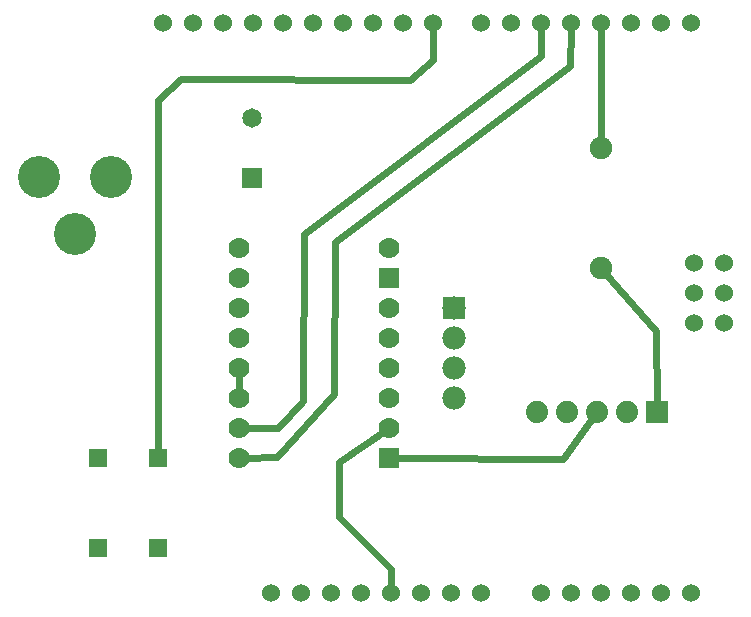
<source format=gbl>
G04 MADE WITH FRITZING*
G04 WWW.FRITZING.ORG*
G04 DOUBLE SIDED*
G04 HOLES PLATED*
G04 CONTOUR ON CENTER OF CONTOUR VECTOR*
%ASAXBY*%
%FSLAX23Y23*%
%MOIN*%
%OFA0B0*%
%SFA1.0B1.0*%
%ADD10C,0.074000*%
%ADD11C,0.059370*%
%ADD12C,0.140000*%
%ADD13C,0.065000*%
%ADD14C,0.070000*%
%ADD15C,0.078000*%
%ADD16C,0.060000*%
%ADD17C,0.075000*%
%ADD18R,0.074000X0.074000*%
%ADD19R,0.070000X0.070000*%
%ADD20R,0.078000X0.078000*%
%ADD21C,0.024000*%
%ADD22R,0.001000X0.001000*%
%LNCOPPER0*%
G90*
G70*
G54D10*
X2395Y705D03*
X2295Y705D03*
X2195Y705D03*
X2095Y705D03*
X1995Y705D03*
G54D11*
X731Y552D03*
X731Y252D03*
X531Y552D03*
X531Y252D03*
G54D12*
X575Y1489D03*
X335Y1489D03*
X455Y1299D03*
G54D13*
X1045Y1685D03*
X1045Y1485D03*
G54D14*
X1003Y1252D03*
X1503Y1252D03*
X1003Y1152D03*
X1503Y1152D03*
X1003Y1052D03*
X1503Y1052D03*
X1003Y952D03*
X1503Y952D03*
X1003Y852D03*
X1503Y852D03*
X1003Y752D03*
X1503Y752D03*
X1003Y652D03*
X1503Y652D03*
X1003Y552D03*
X1503Y552D03*
G54D15*
X1720Y1051D03*
X1720Y951D03*
X1720Y851D03*
X1720Y751D03*
G54D16*
X949Y2000D03*
X1809Y100D03*
X2409Y2000D03*
X2619Y1100D03*
X1349Y2000D03*
X2309Y100D03*
X2009Y2000D03*
X1409Y100D03*
X2619Y1200D03*
X2619Y1000D03*
X1549Y2000D03*
X1149Y2000D03*
X2109Y100D03*
X2509Y100D03*
X2209Y2000D03*
X1809Y2000D03*
X1609Y100D03*
X2519Y1200D03*
X2519Y1100D03*
X2519Y1000D03*
X1649Y2000D03*
X1449Y2000D03*
X1249Y2000D03*
X1049Y2000D03*
X749Y2000D03*
X849Y2000D03*
X2009Y100D03*
X2209Y100D03*
X2409Y100D03*
X2509Y2000D03*
X2309Y2000D03*
X2109Y2000D03*
X1909Y2000D03*
X1309Y100D03*
X1509Y100D03*
X1209Y100D03*
X1109Y100D03*
X1709Y100D03*
G54D17*
X2209Y1584D03*
X2209Y1184D03*
G54D18*
X2395Y705D03*
G54D19*
X1503Y552D03*
X1503Y1152D03*
G54D20*
X1720Y1051D03*
G54D21*
X2391Y973D02*
X2395Y725D01*
D02*
X2220Y1171D02*
X2391Y973D01*
D02*
X2081Y549D02*
X2183Y689D01*
D02*
X1518Y552D02*
X2081Y549D01*
D02*
X731Y1744D02*
X731Y572D01*
D02*
X808Y1813D02*
X731Y1744D01*
D02*
X1572Y1810D02*
X808Y1813D01*
D02*
X1650Y1876D02*
X1572Y1810D01*
D02*
X1649Y1980D02*
X1650Y1876D01*
D02*
X1003Y767D02*
X1003Y837D01*
D02*
X2209Y1980D02*
X2209Y1601D01*
D02*
X1214Y741D02*
X1131Y652D01*
D02*
X1131Y652D02*
X1018Y652D01*
D02*
X1218Y1297D02*
X1214Y741D01*
D02*
X2010Y1891D02*
X1218Y1297D01*
D02*
X2010Y1980D02*
X2010Y1891D01*
D02*
X2107Y1856D02*
X2109Y1980D01*
D02*
X1322Y1272D02*
X2107Y1856D01*
D02*
X1320Y765D02*
X1322Y1272D01*
D02*
X1128Y554D02*
X1320Y765D01*
D02*
X1018Y552D02*
X1128Y554D01*
D02*
X1508Y182D02*
X1509Y120D01*
D02*
X1337Y353D02*
X1508Y182D01*
D02*
X1337Y538D02*
X1337Y353D01*
D02*
X1491Y644D02*
X1337Y538D01*
G54D22*
X1013Y1517D02*
X1077Y1517D01*
X1013Y1516D02*
X1077Y1516D01*
X1013Y1515D02*
X1077Y1515D01*
X1013Y1514D02*
X1077Y1514D01*
X1013Y1513D02*
X1077Y1513D01*
X1013Y1512D02*
X1077Y1512D01*
X1013Y1511D02*
X1077Y1511D01*
X1013Y1510D02*
X1077Y1510D01*
X1013Y1509D02*
X1077Y1509D01*
X1013Y1508D02*
X1077Y1508D01*
X1013Y1507D02*
X1077Y1507D01*
X1013Y1506D02*
X1077Y1506D01*
X1013Y1505D02*
X1077Y1505D01*
X1013Y1504D02*
X1077Y1504D01*
X1013Y1503D02*
X1077Y1503D01*
X1013Y1502D02*
X1077Y1502D01*
X1013Y1501D02*
X1077Y1501D01*
X1013Y1500D02*
X1077Y1500D01*
X1013Y1499D02*
X1077Y1499D01*
X1013Y1498D02*
X1041Y1498D01*
X1049Y1498D02*
X1077Y1498D01*
X1013Y1497D02*
X1038Y1497D01*
X1052Y1497D02*
X1077Y1497D01*
X1013Y1496D02*
X1037Y1496D01*
X1054Y1496D02*
X1077Y1496D01*
X1013Y1495D02*
X1036Y1495D01*
X1055Y1495D02*
X1077Y1495D01*
X1013Y1494D02*
X1034Y1494D01*
X1056Y1494D02*
X1077Y1494D01*
X1013Y1493D02*
X1034Y1493D01*
X1057Y1493D02*
X1077Y1493D01*
X1013Y1492D02*
X1033Y1492D01*
X1057Y1492D02*
X1077Y1492D01*
X1013Y1491D02*
X1032Y1491D01*
X1058Y1491D02*
X1077Y1491D01*
X1013Y1490D02*
X1032Y1490D01*
X1058Y1490D02*
X1077Y1490D01*
X1013Y1489D02*
X1032Y1489D01*
X1059Y1489D02*
X1077Y1489D01*
X1013Y1488D02*
X1031Y1488D01*
X1059Y1488D02*
X1077Y1488D01*
X1013Y1487D02*
X1031Y1487D01*
X1059Y1487D02*
X1077Y1487D01*
X1013Y1486D02*
X1031Y1486D01*
X1059Y1486D02*
X1077Y1486D01*
X1013Y1485D02*
X1031Y1485D01*
X1059Y1485D02*
X1077Y1485D01*
X1013Y1484D02*
X1031Y1484D01*
X1059Y1484D02*
X1077Y1484D01*
X1013Y1483D02*
X1031Y1483D01*
X1059Y1483D02*
X1077Y1483D01*
X1013Y1482D02*
X1031Y1482D01*
X1059Y1482D02*
X1077Y1482D01*
X1013Y1481D02*
X1031Y1481D01*
X1059Y1481D02*
X1077Y1481D01*
X1013Y1480D02*
X1032Y1480D01*
X1059Y1480D02*
X1077Y1480D01*
X1013Y1479D02*
X1032Y1479D01*
X1058Y1479D02*
X1077Y1479D01*
X1013Y1478D02*
X1033Y1478D01*
X1058Y1478D02*
X1077Y1478D01*
X1013Y1477D02*
X1033Y1477D01*
X1057Y1477D02*
X1077Y1477D01*
X1013Y1476D02*
X1034Y1476D01*
X1056Y1476D02*
X1077Y1476D01*
X1013Y1475D02*
X1035Y1475D01*
X1055Y1475D02*
X1077Y1475D01*
X1013Y1474D02*
X1036Y1474D01*
X1054Y1474D02*
X1077Y1474D01*
X1013Y1473D02*
X1038Y1473D01*
X1053Y1473D02*
X1077Y1473D01*
X1013Y1472D02*
X1040Y1472D01*
X1051Y1472D02*
X1077Y1472D01*
X1013Y1471D02*
X1077Y1471D01*
X1013Y1470D02*
X1077Y1470D01*
X1013Y1469D02*
X1077Y1469D01*
X1013Y1468D02*
X1077Y1468D01*
X1013Y1467D02*
X1077Y1467D01*
X1013Y1466D02*
X1077Y1466D01*
X1013Y1465D02*
X1077Y1465D01*
X1013Y1464D02*
X1077Y1464D01*
X1013Y1463D02*
X1077Y1463D01*
X1013Y1462D02*
X1077Y1462D01*
X1013Y1461D02*
X1077Y1461D01*
X1013Y1460D02*
X1077Y1460D01*
X1013Y1459D02*
X1077Y1459D01*
X1013Y1458D02*
X1077Y1458D01*
X1013Y1457D02*
X1077Y1457D01*
X1013Y1456D02*
X1077Y1456D01*
X1013Y1455D02*
X1077Y1455D01*
X1013Y1454D02*
X1077Y1454D01*
X1013Y1453D02*
X1077Y1453D01*
X503Y582D02*
X561Y582D01*
X703Y582D02*
X761Y582D01*
X503Y581D02*
X561Y581D01*
X703Y581D02*
X761Y581D01*
X503Y580D02*
X561Y580D01*
X703Y580D02*
X761Y580D01*
X503Y579D02*
X561Y579D01*
X703Y579D02*
X761Y579D01*
X503Y578D02*
X561Y578D01*
X703Y578D02*
X761Y578D01*
X503Y577D02*
X561Y577D01*
X703Y577D02*
X761Y577D01*
X503Y576D02*
X561Y576D01*
X703Y576D02*
X761Y576D01*
X503Y575D02*
X561Y575D01*
X703Y575D02*
X761Y575D01*
X503Y574D02*
X561Y574D01*
X703Y574D02*
X761Y574D01*
X503Y573D02*
X561Y573D01*
X703Y573D02*
X761Y573D01*
X503Y572D02*
X529Y572D01*
X535Y572D02*
X561Y572D01*
X703Y572D02*
X729Y572D01*
X735Y572D02*
X761Y572D01*
X503Y571D02*
X525Y571D01*
X539Y571D02*
X561Y571D01*
X703Y571D02*
X724Y571D01*
X739Y571D02*
X761Y571D01*
X503Y570D02*
X522Y570D01*
X541Y570D02*
X561Y570D01*
X703Y570D02*
X722Y570D01*
X741Y570D02*
X761Y570D01*
X503Y569D02*
X520Y569D01*
X543Y569D02*
X561Y569D01*
X703Y569D02*
X720Y569D01*
X743Y569D02*
X761Y569D01*
X503Y568D02*
X519Y568D01*
X544Y568D02*
X561Y568D01*
X703Y568D02*
X719Y568D01*
X744Y568D02*
X761Y568D01*
X503Y567D02*
X518Y567D01*
X546Y567D02*
X561Y567D01*
X703Y567D02*
X718Y567D01*
X746Y567D02*
X761Y567D01*
X503Y566D02*
X517Y566D01*
X547Y566D02*
X561Y566D01*
X703Y566D02*
X717Y566D01*
X747Y566D02*
X761Y566D01*
X503Y565D02*
X516Y565D01*
X547Y565D02*
X561Y565D01*
X703Y565D02*
X716Y565D01*
X747Y565D02*
X761Y565D01*
X503Y564D02*
X515Y564D01*
X548Y564D02*
X561Y564D01*
X703Y564D02*
X715Y564D01*
X748Y564D02*
X761Y564D01*
X503Y563D02*
X515Y563D01*
X549Y563D02*
X561Y563D01*
X703Y563D02*
X715Y563D01*
X749Y563D02*
X761Y563D01*
X503Y562D02*
X514Y562D01*
X549Y562D02*
X561Y562D01*
X703Y562D02*
X714Y562D01*
X749Y562D02*
X761Y562D01*
X503Y561D02*
X514Y561D01*
X550Y561D02*
X561Y561D01*
X703Y561D02*
X714Y561D01*
X750Y561D02*
X761Y561D01*
X503Y560D02*
X513Y560D01*
X550Y560D02*
X561Y560D01*
X703Y560D02*
X713Y560D01*
X750Y560D02*
X761Y560D01*
X503Y559D02*
X513Y559D01*
X551Y559D02*
X561Y559D01*
X703Y559D02*
X713Y559D01*
X751Y559D02*
X761Y559D01*
X503Y558D02*
X512Y558D01*
X551Y558D02*
X561Y558D01*
X703Y558D02*
X712Y558D01*
X751Y558D02*
X761Y558D01*
X503Y557D02*
X512Y557D01*
X551Y557D02*
X561Y557D01*
X703Y557D02*
X712Y557D01*
X751Y557D02*
X761Y557D01*
X503Y556D02*
X512Y556D01*
X552Y556D02*
X561Y556D01*
X703Y556D02*
X712Y556D01*
X752Y556D02*
X761Y556D01*
X503Y555D02*
X512Y555D01*
X552Y555D02*
X561Y555D01*
X703Y555D02*
X712Y555D01*
X752Y555D02*
X761Y555D01*
X503Y554D02*
X512Y554D01*
X552Y554D02*
X561Y554D01*
X703Y554D02*
X712Y554D01*
X752Y554D02*
X761Y554D01*
X503Y553D02*
X512Y553D01*
X552Y553D02*
X561Y553D01*
X703Y553D02*
X712Y553D01*
X752Y553D02*
X761Y553D01*
X503Y552D02*
X512Y552D01*
X552Y552D02*
X561Y552D01*
X703Y552D02*
X712Y552D01*
X752Y552D02*
X761Y552D01*
X503Y551D02*
X512Y551D01*
X552Y551D02*
X561Y551D01*
X703Y551D02*
X712Y551D01*
X752Y551D02*
X761Y551D01*
X503Y550D02*
X512Y550D01*
X552Y550D02*
X561Y550D01*
X703Y550D02*
X712Y550D01*
X752Y550D02*
X761Y550D01*
X503Y549D02*
X512Y549D01*
X552Y549D02*
X561Y549D01*
X703Y549D02*
X712Y549D01*
X752Y549D02*
X761Y549D01*
X503Y548D02*
X512Y548D01*
X551Y548D02*
X561Y548D01*
X703Y548D02*
X712Y548D01*
X751Y548D02*
X761Y548D01*
X503Y547D02*
X513Y547D01*
X551Y547D02*
X561Y547D01*
X703Y547D02*
X712Y547D01*
X751Y547D02*
X761Y547D01*
X503Y546D02*
X513Y546D01*
X551Y546D02*
X561Y546D01*
X703Y546D02*
X713Y546D01*
X751Y546D02*
X761Y546D01*
X503Y545D02*
X513Y545D01*
X550Y545D02*
X561Y545D01*
X703Y545D02*
X713Y545D01*
X750Y545D02*
X761Y545D01*
X503Y544D02*
X514Y544D01*
X550Y544D02*
X561Y544D01*
X703Y544D02*
X714Y544D01*
X750Y544D02*
X761Y544D01*
X503Y543D02*
X514Y543D01*
X549Y543D02*
X561Y543D01*
X703Y543D02*
X714Y543D01*
X749Y543D02*
X761Y543D01*
X503Y542D02*
X515Y542D01*
X549Y542D02*
X561Y542D01*
X703Y542D02*
X715Y542D01*
X749Y542D02*
X761Y542D01*
X503Y541D02*
X515Y541D01*
X548Y541D02*
X561Y541D01*
X703Y541D02*
X715Y541D01*
X748Y541D02*
X761Y541D01*
X503Y540D02*
X516Y540D01*
X547Y540D02*
X561Y540D01*
X703Y540D02*
X716Y540D01*
X747Y540D02*
X761Y540D01*
X503Y539D02*
X517Y539D01*
X546Y539D02*
X561Y539D01*
X703Y539D02*
X717Y539D01*
X746Y539D02*
X761Y539D01*
X503Y538D02*
X518Y538D01*
X545Y538D02*
X561Y538D01*
X703Y538D02*
X718Y538D01*
X745Y538D02*
X761Y538D01*
X503Y537D02*
X519Y537D01*
X544Y537D02*
X561Y537D01*
X703Y537D02*
X719Y537D01*
X744Y537D02*
X761Y537D01*
X503Y536D02*
X521Y536D01*
X543Y536D02*
X561Y536D01*
X703Y536D02*
X721Y536D01*
X743Y536D02*
X761Y536D01*
X503Y535D02*
X523Y535D01*
X541Y535D02*
X561Y535D01*
X703Y535D02*
X723Y535D01*
X741Y535D02*
X761Y535D01*
X503Y534D02*
X525Y534D01*
X539Y534D02*
X561Y534D01*
X703Y534D02*
X725Y534D01*
X738Y534D02*
X761Y534D01*
X503Y533D02*
X530Y533D01*
X533Y533D02*
X561Y533D01*
X703Y533D02*
X730Y533D01*
X733Y533D02*
X761Y533D01*
X503Y532D02*
X561Y532D01*
X703Y532D02*
X761Y532D01*
X503Y531D02*
X561Y531D01*
X703Y531D02*
X761Y531D01*
X503Y530D02*
X561Y530D01*
X703Y530D02*
X761Y530D01*
X503Y529D02*
X561Y529D01*
X703Y529D02*
X761Y529D01*
X503Y528D02*
X561Y528D01*
X703Y528D02*
X761Y528D01*
X503Y527D02*
X561Y527D01*
X703Y527D02*
X761Y527D01*
X503Y526D02*
X561Y526D01*
X703Y526D02*
X761Y526D01*
X503Y525D02*
X561Y525D01*
X703Y525D02*
X761Y525D01*
X503Y524D02*
X561Y524D01*
X703Y524D02*
X761Y524D01*
X503Y523D02*
X561Y523D01*
X703Y523D02*
X761Y523D01*
X503Y282D02*
X561Y282D01*
X703Y282D02*
X761Y282D01*
X503Y281D02*
X561Y281D01*
X703Y281D02*
X761Y281D01*
X503Y280D02*
X561Y280D01*
X703Y280D02*
X761Y280D01*
X503Y279D02*
X561Y279D01*
X703Y279D02*
X761Y279D01*
X503Y278D02*
X561Y278D01*
X703Y278D02*
X761Y278D01*
X503Y277D02*
X561Y277D01*
X703Y277D02*
X761Y277D01*
X503Y276D02*
X561Y276D01*
X703Y276D02*
X761Y276D01*
X503Y275D02*
X561Y275D01*
X703Y275D02*
X761Y275D01*
X503Y274D02*
X561Y274D01*
X703Y274D02*
X761Y274D01*
X503Y273D02*
X561Y273D01*
X703Y273D02*
X761Y273D01*
X503Y272D02*
X528Y272D01*
X535Y272D02*
X561Y272D01*
X703Y272D02*
X728Y272D01*
X735Y272D02*
X761Y272D01*
X503Y271D02*
X524Y271D01*
X539Y271D02*
X561Y271D01*
X703Y271D02*
X724Y271D01*
X739Y271D02*
X761Y271D01*
X503Y270D02*
X522Y270D01*
X541Y270D02*
X561Y270D01*
X703Y270D02*
X722Y270D01*
X741Y270D02*
X761Y270D01*
X503Y269D02*
X520Y269D01*
X543Y269D02*
X561Y269D01*
X703Y269D02*
X720Y269D01*
X743Y269D02*
X761Y269D01*
X503Y268D02*
X519Y268D01*
X544Y268D02*
X561Y268D01*
X703Y268D02*
X719Y268D01*
X744Y268D02*
X761Y268D01*
X503Y267D02*
X518Y267D01*
X546Y267D02*
X561Y267D01*
X703Y267D02*
X718Y267D01*
X746Y267D02*
X761Y267D01*
X503Y266D02*
X517Y266D01*
X547Y266D02*
X561Y266D01*
X703Y266D02*
X717Y266D01*
X747Y266D02*
X761Y266D01*
X503Y265D02*
X516Y265D01*
X548Y265D02*
X561Y265D01*
X703Y265D02*
X716Y265D01*
X747Y265D02*
X761Y265D01*
X503Y264D02*
X515Y264D01*
X548Y264D02*
X561Y264D01*
X703Y264D02*
X715Y264D01*
X748Y264D02*
X761Y264D01*
X503Y263D02*
X515Y263D01*
X549Y263D02*
X561Y263D01*
X703Y263D02*
X715Y263D01*
X749Y263D02*
X761Y263D01*
X503Y262D02*
X514Y262D01*
X550Y262D02*
X561Y262D01*
X703Y262D02*
X714Y262D01*
X749Y262D02*
X761Y262D01*
X503Y261D02*
X514Y261D01*
X550Y261D02*
X561Y261D01*
X703Y261D02*
X713Y261D01*
X750Y261D02*
X761Y261D01*
X503Y260D02*
X513Y260D01*
X551Y260D02*
X561Y260D01*
X703Y260D02*
X713Y260D01*
X750Y260D02*
X761Y260D01*
X503Y259D02*
X513Y259D01*
X551Y259D02*
X561Y259D01*
X703Y259D02*
X713Y259D01*
X751Y259D02*
X761Y259D01*
X503Y258D02*
X512Y258D01*
X551Y258D02*
X561Y258D01*
X703Y258D02*
X712Y258D01*
X751Y258D02*
X761Y258D01*
X503Y257D02*
X512Y257D01*
X551Y257D02*
X561Y257D01*
X703Y257D02*
X712Y257D01*
X751Y257D02*
X761Y257D01*
X503Y256D02*
X512Y256D01*
X552Y256D02*
X561Y256D01*
X703Y256D02*
X712Y256D01*
X752Y256D02*
X761Y256D01*
X503Y255D02*
X512Y255D01*
X552Y255D02*
X561Y255D01*
X703Y255D02*
X712Y255D01*
X752Y255D02*
X761Y255D01*
X503Y254D02*
X512Y254D01*
X552Y254D02*
X561Y254D01*
X703Y254D02*
X712Y254D01*
X752Y254D02*
X761Y254D01*
X503Y253D02*
X512Y253D01*
X552Y253D02*
X561Y253D01*
X703Y253D02*
X712Y253D01*
X752Y253D02*
X761Y253D01*
X503Y252D02*
X512Y252D01*
X552Y252D02*
X561Y252D01*
X703Y252D02*
X712Y252D01*
X752Y252D02*
X761Y252D01*
X503Y251D02*
X512Y251D01*
X552Y251D02*
X561Y251D01*
X703Y251D02*
X712Y251D01*
X752Y251D02*
X761Y251D01*
X503Y250D02*
X512Y250D01*
X552Y250D02*
X561Y250D01*
X703Y250D02*
X712Y250D01*
X752Y250D02*
X761Y250D01*
X503Y249D02*
X512Y249D01*
X552Y249D02*
X561Y249D01*
X703Y249D02*
X712Y249D01*
X752Y249D02*
X761Y249D01*
X503Y248D02*
X512Y248D01*
X551Y248D02*
X561Y248D01*
X703Y248D02*
X712Y248D01*
X751Y248D02*
X761Y248D01*
X503Y247D02*
X513Y247D01*
X551Y247D02*
X561Y247D01*
X703Y247D02*
X712Y247D01*
X751Y247D02*
X761Y247D01*
X503Y246D02*
X513Y246D01*
X551Y246D02*
X561Y246D01*
X703Y246D02*
X713Y246D01*
X751Y246D02*
X761Y246D01*
X503Y245D02*
X513Y245D01*
X550Y245D02*
X561Y245D01*
X703Y245D02*
X713Y245D01*
X750Y245D02*
X761Y245D01*
X503Y244D02*
X514Y244D01*
X550Y244D02*
X561Y244D01*
X703Y244D02*
X714Y244D01*
X750Y244D02*
X761Y244D01*
X503Y243D02*
X514Y243D01*
X549Y243D02*
X561Y243D01*
X703Y243D02*
X714Y243D01*
X749Y243D02*
X761Y243D01*
X503Y242D02*
X515Y242D01*
X549Y242D02*
X561Y242D01*
X703Y242D02*
X715Y242D01*
X749Y242D02*
X761Y242D01*
X503Y241D02*
X516Y241D01*
X548Y241D02*
X561Y241D01*
X703Y241D02*
X715Y241D01*
X748Y241D02*
X761Y241D01*
X503Y240D02*
X516Y240D01*
X547Y240D02*
X561Y240D01*
X703Y240D02*
X716Y240D01*
X747Y240D02*
X761Y240D01*
X503Y239D02*
X517Y239D01*
X546Y239D02*
X561Y239D01*
X703Y239D02*
X717Y239D01*
X746Y239D02*
X761Y239D01*
X503Y238D02*
X518Y238D01*
X545Y238D02*
X561Y238D01*
X703Y238D02*
X718Y238D01*
X745Y238D02*
X761Y238D01*
X503Y237D02*
X519Y237D01*
X544Y237D02*
X561Y237D01*
X703Y237D02*
X719Y237D01*
X744Y237D02*
X761Y237D01*
X503Y236D02*
X521Y236D01*
X543Y236D02*
X561Y236D01*
X703Y236D02*
X721Y236D01*
X743Y236D02*
X761Y236D01*
X503Y235D02*
X523Y235D01*
X541Y235D02*
X561Y235D01*
X703Y235D02*
X723Y235D01*
X741Y235D02*
X761Y235D01*
X503Y234D02*
X525Y234D01*
X538Y234D02*
X561Y234D01*
X703Y234D02*
X725Y234D01*
X738Y234D02*
X761Y234D01*
X503Y233D02*
X561Y233D01*
X703Y233D02*
X761Y233D01*
X503Y232D02*
X561Y232D01*
X703Y232D02*
X761Y232D01*
X503Y231D02*
X561Y231D01*
X703Y231D02*
X761Y231D01*
X503Y230D02*
X561Y230D01*
X703Y230D02*
X761Y230D01*
X503Y229D02*
X561Y229D01*
X703Y229D02*
X761Y229D01*
X503Y228D02*
X561Y228D01*
X703Y228D02*
X761Y228D01*
X503Y227D02*
X561Y227D01*
X703Y227D02*
X761Y227D01*
X503Y226D02*
X561Y226D01*
X703Y226D02*
X761Y226D01*
X503Y225D02*
X561Y225D01*
X703Y225D02*
X761Y225D01*
X503Y224D02*
X561Y224D01*
X703Y224D02*
X761Y224D01*
X503Y223D02*
X561Y223D01*
X703Y223D02*
X760Y223D01*
D02*
G04 End of Copper0*
M02*
</source>
